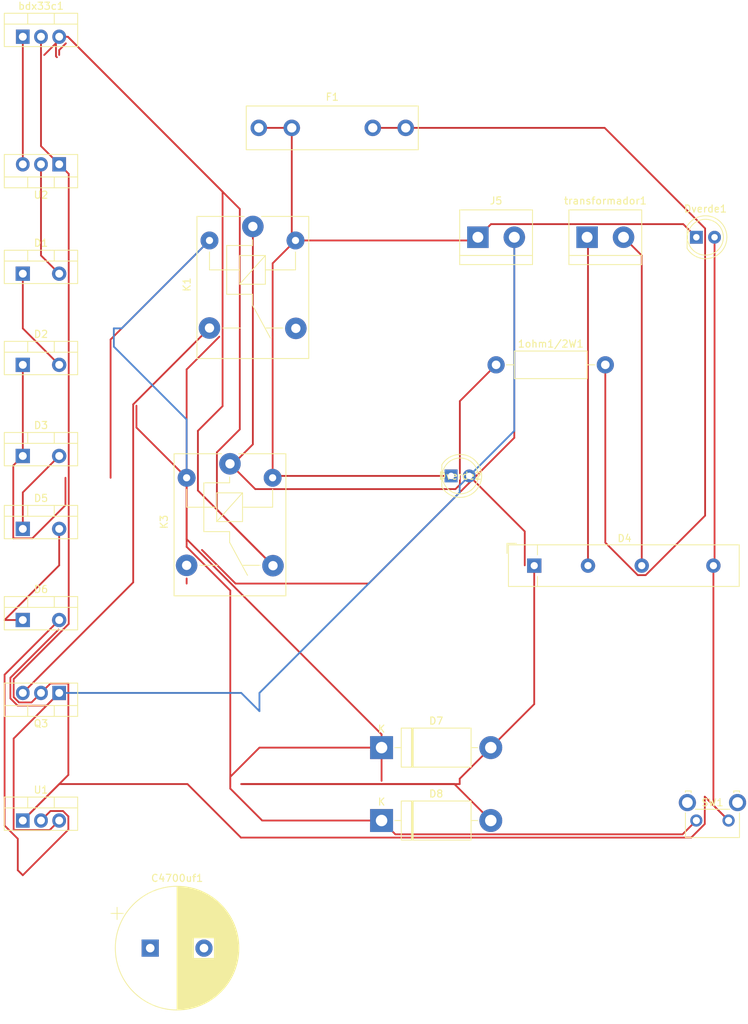
<source format=kicad_pcb>
(kicad_pcb (version 20221018) (generator pcbnew)
  (layers (0 "F.Cu" signal) (31 "B.Cu" signal) (34 "B.Paste" user) (35 "F.Paste" user) (36 "B.SilkS" user "B.Silkscreen") (37 "F.SilkS" user "F.Silkscreen") (38 "B.Mask" user) (39 "F.Mask" user) (44 "Edge.Cuts" user))
  (net 0 "")
  (net 1 "Net-(1ohm1/2W1-Pad1)")
  (net 2 "Net-(1ohm1/2W1-Pad2)")
  (net 3 "Net-(U2-VO)")
  (net 4 "Net-(D4-+)")
  (net 5 "Net-(bdx33c1-E)")
  (net 6 "Earth")
  (net 7 "Net-(D1-K)")
  (net 8 "Net-(D1-A)")
  (net 9 "Net-(D3-A)")
  (net 10 "Net-(transformador1-Pin_1)")
  (net 11 "Net-(transformador1-Pin_2)")
  (net 12 "Net-(D5-A)")
  (net 13 "Net-(D6-A)")
  (net 14 "Net-(D7-K)")
  (net 15 "Net-(Dverde2-A)")
  (net 16 "Net-(Q3-E)")
  (footprint "Package_TO_SOT_THT:TO-220-3_Vertical" (layer "F.Cu") (at 100.63 135.19 180)
    (fp_text reference "Q3" (at 2.54 -4.27) (layer "F.SilkS"))
    (fp_text value "bdx33c")
    (pad "1" thru_hole rect (at 0 0 180) (size 1.905 2) (drill 1.1) (layers "*.Cu" "*.Mask") (net 15 "Net-(Dverde2-A)"))
    (pad "2" thru_hole oval (at 2.54 0 180) (size 1.905 2) (drill 1.1) (layers "*.Cu" "*.Mask") (net 4 "Net-(D4-+)"))
    (pad "3" thru_hole oval (at 5.08 0 180) (size 1.905 2) (drill 1.1) (layers "*.Cu" "*.Mask") (net 16 "Net-(Q3-E)"))
  )
  (footprint "Package_TO_SOT_THT:TO-220-3_Vertical" (layer "F.Cu") (at 95.55 43.75)
    (fp_text reference "bdx33c1" (at 2.54 -4.27) (layer "F.SilkS"))
    (fp_text value "TIP41B")
    (pad "1" thru_hole rect (at 0 0) (size 1.905 2) (drill 1.1) (layers "*.Cu" "*.Mask") (net 3 "Net-(U2-VO)"))
    (pad "2" thru_hole oval (at 2.54 0) (size 1.905 2) (drill 1.1) (layers "*.Cu" "*.Mask") (net 4 "Net-(D4-+)"))
    (pad "3" thru_hole oval (at 5.08 0) (size 1.905 2) (drill 1.1) (layers "*.Cu" "*.Mask") (net 5 "Net-(bdx33c1-E)"))
  )
  (footprint "Resistor_THT:R_Axial_DIN0411_L9.9mm_D3.6mm_P15.24mm_Horizontal" (layer "F.Cu") (at 161.59 89.47)
    (fp_text reference "1ohm1/2W1" (at 7.62 -2.92) (layer "F.SilkS"))
    (fp_text value "R")
    (pad "1" thru_hole circle (at 0 0) (size 2.4 2.4) (drill 1.2) (layers "*.Cu" "*.Mask") (net 1 "Net-(1ohm1/2W1-Pad1)"))
    (pad "2" thru_hole oval (at 15.24 0) (size 2.4 2.4) (drill 1.2) (layers "*.Cu" "*.Mask") (net 2 "Net-(1ohm1/2W1-Pad2)"))
  )
  (footprint "Package_TO_SOT_THT:TO-220-3_Vertical" (layer "F.Cu") (at 95.55 152.97)
    (fp_text reference "U1" (at 2.54 -4.27) (layer "F.SilkS"))
    (fp_text value "LM7806_TO220")
    (pad "1" thru_hole rect (at 0 0) (size 1.905 2) (drill 1.1) (layers "*.Cu" "*.Mask") (net 4 "Net-(D4-+)"))
    (pad "2" thru_hole oval (at 2.54 0) (size 1.905 2) (drill 1.1) (layers "*.Cu" "*.Mask") (net 13 "Net-(D6-A)"))
    (pad "3" thru_hole oval (at 5.08 0) (size 1.905 2) (drill 1.1) (layers "*.Cu" "*.Mask") (net 15 "Net-(Dverde2-A)"))
  )
  (footprint "Package_TO_SOT_THT:TO-220-2_Vertical" (layer "F.Cu") (at 95.55 125.03)
    (fp_text reference "D6" (at 2.54 -4.27) (layer "F.SilkS"))
    (fp_text value "BYV79-150")
    (pad "1" thru_hole rect (at 0 0) (size 2 2) (drill 1.1) (layers "*.Cu" "*.Mask") (net 12 "Net-(D5-A)"))
    (pad "2" thru_hole oval (at 5.08 0) (size 2 2) (drill 1.1) (layers "*.Cu" "*.Mask") (net 13 "Net-(D6-A)"))
  )
  (footprint "Package_TO_SOT_THT:TO-220-2_Vertical" (layer "F.Cu") (at 95.55 89.47)
    (fp_text reference "D2" (at 2.54 -4.27) (layer "F.SilkS"))
    (fp_text value "BYV79-150")
    (pad "1" thru_hole rect (at 0 0) (size 2 2) (drill 1.1) (layers "*.Cu" "*.Mask") (net 6 "Earth"))
    (pad "2" thru_hole oval (at 5.08 0) (size 2 2) (drill 1.1) (layers "*.Cu" "*.Mask") (net 7 "Net-(D1-K)"))
  )
  (footprint "Package_TO_SOT_THT:TO-220-3_Vertical" (layer "F.Cu") (at 100.63 61.53 180)
    (fp_text reference "U2" (at 2.54 -4.27) (layer "F.SilkS"))
    (fp_text value "LM7812_TO220")
    (pad "1" thru_hole rect (at 0 0 180) (size 1.905 2) (drill 1.1) (layers "*.Cu" "*.Mask") (net 4 "Net-(D4-+)"))
    (pad "2" thru_hole oval (at 2.54 0 180) (size 1.905 2) (drill 1.1) (layers "*.Cu" "*.Mask") (net 8 "Net-(D1-A)"))
    (pad "3" thru_hole oval (at 5.08 0 180) (size 1.905 2) (drill 1.1) (layers "*.Cu" "*.Mask") (net 3 "Net-(U2-VO)"))
  )
  (footprint "Capacitor_THT:CP_Radial_D17.0mm_P7.50mm" (layer "F.Cu") (at 113.33 170.75)
    (fp_text reference "C4700uf1" (at 3.75 -9.75) (layer "F.SilkS"))
    (fp_text value "C_Polarized")
    (pad "1" thru_hole rect (at 0 0) (size 2.4 2.4) (drill 1.2) (layers "*.Cu" "*.Mask") (net 4 "Net-(D4-+)"))
    (pad "2" thru_hole circle (at 7.5 0) (size 2.4 2.4) (drill 1.2) (layers "*.Cu" "*.Mask") (net 6 "Earth"))
  )
  (footprint "Package_TO_SOT_THT:TO-220-2_Vertical" (layer "F.Cu") (at 95.55 102.17)
    (fp_text reference "D3" (at 2.54 -4.27) (layer "F.SilkS"))
    (fp_text value "BYV79-150")
    (pad "1" thru_hole rect (at 0 0) (size 2 2) (drill 1.1) (layers "*.Cu" "*.Mask") (net 6 "Earth"))
    (pad "2" thru_hole oval (at 5.08 0) (size 2 2) (drill 1.1) (layers "*.Cu" "*.Mask") (net 9 "Net-(D3-A)"))
  )
  (footprint "Relay_THT:Relay_SPDT_SANYOU_SRD_Series_Form_C" (layer "F.Cu") (at 124.46 103.26 -90)
    (fp_text reference "K3" (at 8.1 9.2 90) (layer "F.SilkS"))
    (fp_text value "SANYOU_SRD_Form_C")
    (pad "1" thru_hole circle (at 0 0) (size 3 3) (drill 1.3) (layers "*.Cu" "*.Mask") (net 1 "Net-(1ohm1/2W1-Pad1)"))
    (pad "2" thru_hole circle (at 1.95 6.05) (size 2.5 2.5) (drill 1) (layers "*.Cu" "*.Mask") (net 14 "Net-(D7-K)"))
    (pad "3" thru_hole circle (at 14.15 6.05) (size 3 3) (drill 1.3) (layers "*.Cu" "*.Mask"))
    (pad "4" thru_hole circle (at 14.2 -6) (size 3 3) (drill 1.3) (layers "*.Cu" "*.Mask") (net 5 "Net-(bdx33c1-E)"))
    (pad "5" thru_hole circle (at 1.95 -5.95) (size 2.5 2.5) (drill 1) (layers "*.Cu" "*.Mask") (net 6 "Earth"))
  )
  (footprint "Diode_THT:D_DO-201AD_P15.24mm_Horizontal" (layer "F.Cu") (at 145.61 152.97)
    (fp_text reference "D8" (at 7.62 -3.72) (layer "F.SilkS"))
    (fp_text value "1N5404")
    (fp_text user "K" (at 0 -2.6) (layer "F.SilkS"))
    (pad "1" thru_hole rect (at 0 0) (size 3.2 3.2) (drill 1.6) (layers "*.Cu" "*.Mask") (net 14 "Net-(D7-K)"))
    (pad "2" thru_hole oval (at 15.24 0) (size 3.2 3.2) (drill 1.6) (layers "*.Cu" "*.Mask") (net 6 "Earth"))
  )
  (footprint "Relay_THT:Relay_SPDT_SANYOU_SRD_Series_Form_C" (layer "F.Cu") (at 127.65 70.19 -90)
    (fp_text reference "K1" (at 8.1 9.2 90) (layer "F.SilkS"))
    (fp_text value "SANYOU_SRD_Form_C")
    (pad "1" thru_hole circle (at 0 0) (size 3 3) (drill 1.3) (layers "*.Cu" "*.Mask") (net 1 "Net-(1ohm1/2W1-Pad1)"))
    (pad "2" thru_hole circle (at 1.95 6.05) (size 2.5 2.5) (drill 1) (layers "*.Cu" "*.Mask") (net 14 "Net-(D7-K)"))
    (pad "3" thru_hole circle (at 14.15 6.05) (size 3 3) (drill 1.3) (layers "*.Cu" "*.Mask") (net 16 "Net-(Q3-E)"))
    (pad "4" thru_hole circle (at 14.2 -6) (size 3 3) (drill 1.3) (layers "*.Cu" "*.Mask"))
    (pad "5" thru_hole circle (at 1.95 -5.95) (size 2.5 2.5) (drill 1) (layers "*.Cu" "*.Mask") (net 6 "Earth"))
  )
  (footprint "LED_THT:LED_D5.0mm" (layer "F.Cu") (at 189.53 71.69)
    (fp_text reference "Dverde1" (at 1.27 -3.96) (layer "F.SilkS"))
    (fp_text value "LED")
    (pad "1" thru_hole rect (at 0 0) (size 1.8 1.8) (drill 0.9) (layers "*.Cu" "*.Mask") (net 6 "Earth"))
    (pad "2" thru_hole circle (at 2.54 0) (size 1.8 1.8) (drill 0.9) (layers "*.Cu" "*.Mask") (net 4 "Net-(D4-+)"))
  )
  (footprint "LED_THT:LED_D5.0mm" (layer "F.Cu") (at 155.31 104.95)
    (fp_text reference "Dverde2" (at 1.27 0) (layer "F.SilkS"))
    (fp_text value "LED")
    (pad "1" thru_hole rect (at 0 0) (size 1.8 1.8) (drill 0.9) (layers "*.Cu" "*.Mask") (net 6 "Earth"))
    (pad "2" thru_hole circle (at 2.54 0) (size 1.8 1.8) (drill 0.9) (layers "*.Cu" "*.Mask") (net 15 "Net-(Dverde2-A)"))
  )
  (footprint "Package_TO_SOT_THT:TO-220-2_Vertical" (layer "F.Cu") (at 95.55 76.77)
    (fp_text reference "D1" (at 2.54 -4.27) (layer "F.SilkS"))
    (fp_text value "BYV79-150")
    (pad "1" thru_hole rect (at 0 0) (size 2 2) (drill 1.1) (layers "*.Cu" "*.Mask") (net 7 "Net-(D1-K)"))
    (pad "2" thru_hole oval (at 5.08 0) (size 2 2) (drill 1.1) (layers "*.Cu" "*.Mask") (net 8 "Net-(D1-A)"))
  )
  (footprint "TerminalBlock:TerminalBlock_bornier-2_P5.08mm" (layer "F.Cu") (at 159.05 71.69)
    (fp_text reference "J5" (at 2.54 -5.08) (layer "F.SilkS"))
    (fp_text value "6VDC\\")
    (pad "1" thru_hole rect (at 0 0) (size 3 3) (drill 1.52) (layers "*.Cu" "*.Mask") (net 6 "Earth"))
    (pad "2" thru_hole circle (at 5.08 0) (size 3 3) (drill 1.52) (layers "*.Cu" "*.Mask") (net 15 "Net-(Dverde2-A)"))
  )
  (footprint "Fuse:Fuseholder_Littelfuse_100_series_5x20mm" (layer "F.Cu") (at 128.48 56.45)
    (fp_text reference "F1" (at 10.25 -4.3 unlocked) (layer "F.SilkS"))
    (fp_text value "fusible 8amp")
    (pad "1" thru_hole circle (at 0 0) (size 2.3 2.3) (drill 1.3) (layers "*.Cu" "*.Mask") (net 6 "Earth"))
    (pad "1" thru_hole circle (at 4.6 0) (size 2.3 2.3) (drill 1.3) (layers "*.Cu" "*.Mask") (net 6 "Earth"))
    (pad "2" thru_hole circle (at 15.9 0) (size 2.3 2.3) (drill 1.3) (layers "*.Cu" "*.Mask") (net 2 "Net-(1ohm1/2W1-Pad2)"))
    (pad "2" thru_hole circle (at 20.5 0) (size 2.3 2.3) (drill 1.3) (layers "*.Cu" "*.Mask") (net 2 "Net-(1ohm1/2W1-Pad2)"))
  )
  (footprint "TerminalBlock:TerminalBlock_bornier-2_P5.08mm" (layer "F.Cu") (at 174.29 71.69)
    (fp_text reference "transformador1" (at 2.54 -5.08) (layer "F.SilkS"))
    (fp_text value "Screw_Terminal_01x02")
    (pad "1" thru_hole rect (at 0 0) (size 3 3) (drill 1.52) (layers "*.Cu" "*.Mask") (net 10 "Net-(transformador1-Pin_1)"))
    (pad "2" thru_hole circle (at 5.08 0) (size 3 3) (drill 1.52) (layers "*.Cu" "*.Mask") (net 11 "Net-(transformador1-Pin_2)"))
  )
  (footprint "Diode_THT:Diode_Bridge_32.0x5.6x17.0mm_P10.0mm_P7.5mm" (layer "F.Cu") (at 166.9125 117.4525)
    (fp_text reference "D4" (at 12.6 -3.8 180) (layer "F.SilkS"))
    (fp_text value "B380C5000-3x00A")
    (pad "1" thru_hole rect (at 0 0) (size 2 2) (drill 1) (layers "*.Cu" "*.Mask") (net 6 "Earth"))
    (pad "2" thru_hole circle (at 7.5 0) (size 2 2) (drill 1) (layers "*.Cu" "*.Mask") (net 10 "Net-(transformador1-Pin_1)"))
    (pad "3" thru_hole circle (at 15 0) (size 2 2) (drill 1) (layers "*.Cu" "*.Mask") (net 11 "Net-(transformador1-Pin_2)"))
    (pad "4" thru_hole circle (at 25 0) (size 2 2) (drill 1) (layers "*.Cu" "*.Mask") (net 4 "Net-(D4-+)"))
  )
  (footprint "Diode_THT:D_DO-201AD_P15.24mm_Horizontal" (layer "F.Cu") (at 145.61 142.81)
    (fp_text reference "D7" (at 7.62 -3.72) (layer "F.SilkS"))
    (fp_text value "1N5404")
    (fp_text user "K" (at 0 -2.6) (layer "F.SilkS"))
    (pad "1" thru_hole rect (at 0 0) (size 3.2 3.2) (drill 1.6) (layers "*.Cu" "*.Mask") (net 14 "Net-(D7-K)"))
    (pad "2" thru_hole oval (at 15.24 0) (size 3.2 3.2) (drill 1.6) (layers "*.Cu" "*.Mask") (net 6 "Earth"))
  )
  (footprint "Package_TO_SOT_THT:TO-220-2_Vertical" (layer "F.Cu") (at 95.55 112.33)
    (fp_text reference "D5" (at 2.54 -4.27) (layer "F.SilkS"))
    (fp_text value "BYV79-150")
    (pad "1" thru_hole rect (at 0 0) (size 2 2) (drill 1.1) (layers "*.Cu" "*.Mask") (net 9 "Net-(D3-A)"))
    (pad "2" thru_hole oval (at 5.08 0) (size 2 2) (drill 1.1) (layers "*.Cu" "*.Mask") (net 12 "Net-(D5-A)"))
  )
  (footprint "Button_Switch_THT:SW_SPST_Omron_B3F-315x_Angled" (layer "F.Cu") (at 194.03 152.97 180)
    (fp_text reference "SW1" (at 2.25 2.5) (layer "F.SilkS"))
    (fp_text value "SW_SPST")
    (pad "" thru_hole circle (at -1.25 2.5) (size 2.4 2.4) (drill 1.5) (layers "*.Cu" "*.Mask"))
    (pad "" thru_hole circle (at 5.75 2.5) (size 2.4 2.4) (drill 1.5) (layers "*.Cu" "*.Mask"))
    (pad "1" thru_hole circle (at 0 0) (size 1.7 1.7) (drill 1) (layers "*.Cu" "*.Mask") (net 4 "Net-(D4-+)"))
    (pad "2" thru_hole circle (at 4.5 0) (size 1.7 1.7) (drill 1) (layers "*.Cu" "*.Mask") (net 14 "Net-(D7-K)"))
  )
  (segment (start 100.63 45.604158) (end 101.557079 44.677079) (width 0.25) (layer "F.Cu") (net 0))
  (segment (start 118.41 119.95) (end 118.41 119.235) (width 0.25) (layer "F.Cu") (net 0))
  (segment (start 100.63 46.29) (end 100.63 45.604158) (width 0.25) (layer "F.Cu") (net 0))
  (segment (start 155.925 106.785) (end 156.535 106.175) (width 0.25) (layer "F.Cu") (net 1))
  (segment (start 156.535 94.525) (end 161.59 89.47) (width 0.25) (layer "F.Cu") (net 1))
  (segment (start 124.46 103.74) (end 124.46 103.26) (width 0.25) (layer "F.Cu") (net 1))
  (segment (start 124.46 103.26) (end 127.985 106.785) (width 0.25) (layer "F.Cu") (net 1))
  (segment (start 127.65 70.19) (end 127.65 100.55) (width 0.25) (layer "F.Cu") (net 1))
  (segment (start 127.65 100.55) (end 124.46 103.74) (width 0.25) (layer "F.Cu") (net 1))
  (segment (start 156.535 106.175) (end 156.535 94.525) (width 0.25) (layer "F.Cu") (net 1))
  (segment (start 127.985 106.785) (end 155.925 106.785) (width 0.25) (layer "F.Cu") (net 1))
  (segment (start 181.363667 118.7775) (end 176.83 114.243833) (width 0.25) (layer "F.Cu") (net 2))
  (segment (start 148.98 56.45) (end 176.74 56.45) (width 0.25) (layer "F.Cu") (net 2))
  (segment (start 190.755 110.483833) (end 182.461333 118.7775) (width 0.25) (layer "F.Cu") (net 2))
  (segment (start 176.74 56.45) (end 190.755 70.465) (width 0.25) (layer "F.Cu") (net 2))
  (segment (start 144.38 56.45) (end 148.98 56.45) (width 0.25) (layer "F.Cu") (net 2))
  (segment (start 182.461333 118.7775) (end 181.363667 118.7775) (width 0.25) (layer "F.Cu") (net 2))
  (segment (start 190.755 70.465) (end 190.755 110.483833) (width 0.25) (layer "F.Cu") (net 2))
  (segment (start 176.83 114.243833) (end 176.83 89.47) (width 0.25) (layer "F.Cu") (net 2))
  (segment (start 95.55 61.53) (end 95.55 43.75) (width 0.25) (layer "F.Cu") (net 3))
  (segment (start 192.07 117.295) (end 191.9125 117.4525) (width 0.25) (layer "F.Cu") (net 4))
  (segment (start 95.020842 136.515) (end 94.2725 135.766658) (width 0.25) (layer "F.Cu") (net 4))
  (segment (start 94.2725 133.261333) (end 101.955 125.578833) (width 0.25) (layer "F.Cu") (net 4))
  (segment (start 125.985 155.345) (end 118.53 147.89) (width 0.25) (layer "F.Cu") (net 4))
  (segment (start 191.9125 117.4525) (end 191.9125 150.8525) (width 0.25) (layer "F.Cu") (net 4))
  (segment (start 190.705 153.456701) (end 188.816701 155.345) (width 0.25) (layer "F.Cu") (net 4))
  (segment (start 101.9075 146.6125) (end 95.55 152.97) (width 0.25) (layer "F.Cu") (net 4))
  (segment (start 101.955 125.578833) (end 101.955 62.855) (width 0.25) (layer "F.Cu") (net 4))
  (segment (start 98.09 43.75) (end 98.09 58.99) (width 0.25) (layer "F.Cu") (net 4))
  (segment (start 100.63 147.89) (end 95.55 152.97) (width 0.25) (layer "F.Cu") (net 4))
  (segment (start 118.53 147.89) (end 100.63 147.89) (width 0.25) (layer "F.Cu") (net 4))
  (segment (start 191.9125 150.8525) (end 194.03 152.97) (width 0.25) (layer "F.Cu") (net 4))
  (segment (start 101.9075 133.865) (end 101.9075 146.6125) (width 0.25) (layer "F.Cu") (net 4))
  (segment (start 194.03 152.97) (end 190.705 149.645) (width 0.25) (layer "F.Cu") (net 4))
  (segment (start 188.816701 155.345) (end 125.985 155.345) (width 0.25) (layer "F.Cu") (net 4))
  (segment (start 98.09 135.19) (end 96.765 136.515) (width 0.25) (layer "F.Cu") (net 4))
  (segment (start 96.765 136.515) (end 95.020842 136.515) (width 0.25) (layer "F.Cu") (net 4))
  (segment (start 192.07 71.69) (end 192.07 117.295) (width 0.25) (layer "F.Cu") (net 4))
  (segment (start 98.09 58.99) (end 100.63 61.53) (width 0.25) (layer "F.Cu") (net 4))
  (segment (start 94.2725 135.766658) (end 94.2725 133.261333) (width 0.25) (layer "F.Cu") (net 4))
  (segment (start 190.705 149.645) (end 190.705 153.456701) (width 0.25) (layer "F.Cu") (net 4))
  (segment (start 98.09 135.19) (end 99.415 133.865) (width 0.25) (layer "F.Cu") (net 4))
  (segment (start 101.955 62.855) (end 100.63 61.53) (width 0.25) (layer "F.Cu") (net 4))
  (segment (start 99.415 133.865) (end 101.9075 133.865) (width 0.25) (layer "F.Cu") (net 4))
  (segment (start 119.985 98.665) (end 123.425 95.225) (width 0.25) (layer "F.Cu") (net 5))
  (segment (start 101.8325 43.75) (end 100.63 43.75) (width 0.25) (layer "F.Cu") (net 5))
  (segment (start 100.18 44.2) (end 100.63 43.75) (width 0.25) (layer "F.Cu") (net 5))
  (segment (start 130.46 117.46) (end 122.635 109.635) (width 0.25) (layer "F.Cu") (net 5))
  (segment (start 122.635 109.635) (end 122.635 101.655) (width 0.25) (layer "F.Cu") (net 5))
  (segment (start 125.825 67.7425) (end 101.8325 43.75) (width 0.25) (layer "F.Cu") (net 5))
  (segment (start 125.825 98.465) (end 125.825 67.7425) (width 0.25) (layer "F.Cu") (net 5))
  (segment (start 101.08 43.75) (end 98.54 46.29) (width 0.25) (layer "F.Cu") (net 5))
  (segment (start 101.8325 43.75) (end 101.08 43.75) (width 0.25) (layer "F.Cu") (net 5))
  (segment (start 130.46 117.46) (end 119.985 106.985) (width 0.25) (layer "F.Cu") (net 5))
  (segment (start 100.18 46.476396) (end 100.18 44.2) (width 0.25) (layer "F.Cu") (net 5))
  (segment (start 100.18 46.476396) (end 100.311802 46.608198) (width 0.25) (layer "F.Cu") (net 5))
  (segment (start 123.425 65.3425) (end 101.8325 43.75) (width 0.25) (layer "F.Cu") (net 5))
  (segment (start 119.985 106.985) (end 119.985 98.665) (width 0.25) (layer "F.Cu") (net 5))
  (segment (start 122.635 101.655) (end 125.825 98.465) (width 0.25) (layer "F.Cu") (net 5))
  (segment (start 123.425 95.225) (end 123.425 65.3425) (width 0.25) (layer "F.Cu") (net 5))
  (segment (start 187.705 69.865) (end 189.53 71.69) (width 0.25) (layer "F.Cu") (net 6))
  (segment (start 94.225 113.655) (end 96.875 113.655) (width 0.25) (layer "F.Cu") (net 6))
  (segment (start 133.08 56.45) (end 128.48 56.45) (width 0.25) (layer "F.Cu") (net 6))
  (segment (start 166.9125 117.4525) (end 166.9125 136.7475) (width 0.25) (layer "F.Cu") (net 6))
  (segment (start 94.225 103.495) (end 94.225 113.655) (width 0.25) (layer "F.Cu") (net 6))
  (segment (start 95.55 102.17) (end 94.225 103.495) (width 0.25) (layer "F.Cu") (net 6))
  (segment (start 166.9125 136.7475) (end 160.85 142.81) (width 0.25) (layer "F.Cu") (net 6))
  (segment (start 159.05 71.69) (end 160.875 69.865) (width 0.25) (layer "F.Cu") (net 6))
  (segment (start 130.41 105.21) (end 130.41 75.33) (width 0.25) (layer "F.Cu") (net 6))
  (segment (start 158.6 72.14) (end 159.05 71.69) (width 0.25) (layer "F.Cu") (net 6))
  (segment (start 156.51 147.15) (end 156.51 147.89) (width 0.25) (layer "F.Cu") (net 6))
  (segment (start 130.41 75.33) (end 133.6 72.14) (width 0.25) (layer "F.Cu") (net 6))
  (segment (start 126.03 147.89) (end 155.77 147.89) (width 0.25) (layer "F.Cu") (net 6))
  (segment (start 155.31 104.95) (end 130.67 104.95) (width 0.25) (layer "F.Cu") (net 6))
  (segment (start 160.85 142.81) (end 156.51 147.15) (width 0.25) (layer "F.Cu") (net 6))
  (segment (start 101.505 109.025) (end 101.505 105.21) (width 0.25) (layer "F.Cu") (net 6))
  (segment (start 155.77 147.89) (end 160.85 152.97) (width 0.25) (layer "F.Cu") (net 6))
  (segment (start 133.6 72.14) (end 158.6 72.14) (width 0.25) (layer "F.Cu") (net 6))
  (segment (start 130.67 104.95) (end 130.41 105.21) (width 0.25) (layer "F.Cu") (net 6))
  (segment (start 160.875 69.865) (end 187.705 69.865) (width 0.25) (layer "F.Cu") (net 6))
  (segment (start 133.08 56.45) (end 133.08 71.62) (width 0.25) (layer "F.Cu") (net 6))
  (segment (start 156.51 147.89) (end 126.03 147.89) (width 0.25) (layer "F.Cu") (net 6))
  (segment (start 96.875 113.655) (end 101.505 109.025) (width 0.25) (layer "F.Cu") (net 6))
  (segment (start 133.08 71.62) (end 133.6 72.14) (width 0.25) (layer "F.Cu") (net 6))
  (segment (start 95.55 102.17) (end 95.55 89.47) (width 0.25) (layer "F.Cu") (net 6))
  (segment (start 95.55 76.77) (end 95.55 84.39) (width 0.25) (layer "F.Cu") (net 7))
  (segment (start 95.55 84.39) (end 100.63 89.47) (width 0.25) (layer "F.Cu") (net 7))
  (segment (start 98.09 74.23) (end 100.63 76.77) (width 0.25) (layer "F.Cu") (net 8))
  (segment (start 98.09 61.53) (end 98.09 74.23) (width 0.25) (layer "F.Cu") (net 8))
  (segment (start 95.55 107.25) (end 100.63 102.17) (width 0.25) (layer "F.Cu") (net 9))
  (segment (start 95.55 112.33) (end 95.55 107.25) (width 0.25) (layer "F.Cu") (net 9))
  (segment (start 174.4125 117.4525) (end 174.4125 71.8125) (width 0.25) (layer "F.Cu") (net 10))
  (segment (start 174.4125 71.8125) (end 174.29 71.69) (width 0.25) (layer "F.Cu") (net 10))
  (segment (start 181.9125 74.2325) (end 179.37 71.69) (width 0.25) (layer "F.Cu") (net 11))
  (segment (start 181.9125 117.4525) (end 181.9125 74.2325) (width 0.25) (layer "F.Cu") (net 11))
  (segment (start 100.63 117.41) (end 93.01 125.03) (width 0.25) (layer "F.Cu") (net 12))
  (segment (start 100.63 112.33) (end 100.63 117.41) (width 0.25) (layer "F.Cu") (net 12))
  (segment (start 93.01 125.03) (end 95.55 125.03) (width 0.25) (layer "F.Cu") (net 12))
  (segment (start 93.01 153.668896) (end 94.851104 155.51) (width 0.25) (layer "F.Cu") (net 13))
  (segment (start 101.9075 152.393342) (end 101.159158 151.645) (width 0.25) (layer "F.Cu") (net 13))
  (segment (start 99.415 151.645) (end 98.09 152.97) (width 0.25) (layer "F.Cu") (net 13))
  (segment (start 93.01 132.65) (end 93.01 153.668896) (width 0.25) (layer "F.Cu") (net 13))
  (segment (start 101.159158 151.645) (end 99.415 151.645) (width 0.25) (layer "F.Cu") (net 13))
  (segment (start 94.851104 155.51) (end 94.851104 159.891104) (width 0.25) (layer "F.Cu") (net 13))
  (segment (start 95.55 160.59) (end 101.9075 154.2325) (width 0.25) (layer "F.Cu") (net 13))
  (segment (start 94.851104 159.891104) (end 95.55 160.59) (width 0.25) (layer "F.Cu") (net 13))
  (segment (start 101.9075 154.2325) (end 101.9075 152.393342) (width 0.25) (layer "F.Cu") (net 13))
  (segment (start 100.63 125.03) (end 93.01 132.65) (width 0.25) (layer "F.Cu") (net 13))
  (segment (start 124.505 146.875) (end 128.57 142.81) (width 0.25) (layer "F.Cu") (net 14))
  (segment (start 128.953324 152.97) (end 124.505 148.521676) (width 0.25) (layer "F.Cu") (net 14))
  (segment (start 124.505 148.521676) (end 124.505 146.875) (width 0.25) (layer "F.Cu") (net 14))
  (segment (start 145.61 152.97) (end 128.953324 152.97) (width 0.25) (layer "F.Cu") (net 14))
  (segment (start 124.505 120.92406) (end 124.505 148.521676) (width 0.25) (layer "F.Cu") (net 14))
  (segment (start 118.41 105.21) (end 118.41 114.82906) (width 0.25) (layer "F.Cu") (net 14))
  (segment (start 107.8 85.94) (end 107.8 105.21) (width 0.25) (layer "F.Cu") (net 14))
  (segment (start 118.41 105.21) (end 111.408198 98.208198) (width 0.25) (layer "F.Cu") (net 14))
  (segment (start 118.41 114.82906) (end 124.505 120.92406) (width 0.25) (layer "F.Cu") (net 14))
  (segment (start 147.535 154.895) (end 187.605 154.895) (width 0.25) (layer "F.Cu") (net 14))
  (segment (start 145.61 142.81) (end 145.61 140.96) (width 0.25) (layer "F.Cu") (net 14))
  (segment (start 118.41 90.11094) (end 122.975 85.54594) (width 0.25) (layer "F.Cu") (net 14))
  (segment (start 121.6 72.14) (end 107.8 85.94) (width 0.25) (layer "F.Cu") (net 14))
  (segment (start 145.61 142.81) (end 145.61 147.44) (width 0.25) (layer "F.Cu") (net 14))
  (segment (start 128.57 142.81) (end 145.61 142.81) (width 0.25) (layer "F.Cu") (net 14))
  (segment (start 145.61 152.97) (end 147.535 154.895) (width 0.25) (layer "F.Cu") (net 14))
  (segment (start 111.408198 98.208198) (end 111.408198 95.168198) (width 0.25) (layer "F.Cu") (net 14))
  (segment (start 118.41 105.21) (end 118.41 90.11094) (width 0.25) (layer "F.Cu") (net 14))
  (segment (start 118.41 113.76) (end 118.41 105.21) (width 0.25) (layer "F.Cu") (net 14))
  (segment (start 145.61 140.96) (end 118.41 113.76) (width 0.25) (layer "F.Cu") (net 14))
  (segment (start 187.605 154.895) (end 189.53 152.97) (width 0.25) (layer "F.Cu") (net 14))
  (segment (start 109.35 84.39) (end 121.6 72.14) (width 0.25) (layer "B.Cu") (net 14))
  (segment (start 118.41 97.09) (end 108.25 86.93) (width 0.25) (layer "B.Cu") (net 14))
  (segment (start 108.25 84.39) (end 109.35 84.39) (width 0.25) (layer "B.Cu") (net 14))
  (segment (start 118.41 105.21) (end 118.41 97.09) (width 0.25) (layer "B.Cu") (net 14))
  (segment (start 108.25 86.93) (end 108.25 84.39) (width 0.25) (layer "B.Cu") (net 14))
  (segment (start 165.5875 112.6875) (end 165.5875 117.41) (width 0.25) (layer "F.Cu") (net 15))
  (segment (start 157.85 105.91) (end 143.81 119.95) (width 0.25) (layer "F.Cu") (net 15))
  (segment (start 157.85 104.95) (end 165.5875 112.6875) (width 0.25) (layer "F.Cu") (net 15))
  (segment (start 94.834446 136.965) (end 98.855 136.965) (width 0.25) (layer "F.Cu") (net 15))
  (segment (start 157.85 104.95) (end 157.85 105.91) (width 0.25) (layer "F.Cu") (net 15))
  (segment (start 93.8225 135.953054) (end 94.834446 136.965) (width 0.25) (layer "F.Cu") (net 15))
  (segment (start 98.855 136.965) (end 100.63 135.19) (width 0.25) (layer "F.Cu") (net 15))
  (segment (start 94.2725 141.5475) (end 100.63 135.19) (width 0.25) (layer "F.Cu") (net 15))
  (segment (start 100.63 152.97) (end 99.305 154.295) (width 0.25) (layer "F.Cu") (net 15))
  (segment (start 93.8225 133.074937) (end 93.8225 135.953054) (width 0.25) (layer "F.Cu") (net 15))
  (segment (start 143.81 119.95) (end 125.236396 119.95) (width 0.25) (layer "F.Cu") (net 15))
  (segment (start 164.13 99.63) (end 157.85 105.91) (width 0.25) (layer "F.Cu") (net 15))
  (segment (start 125.236396 119.95) (end 120.553198 115.266802) (width 0.25) (layer "F.Cu") (net 15))
  (segment (start 99.305 154.295) (end 94.2725 154.295) (width 0.25) (layer "F.Cu") (net 15))
  (segment (start 93.8225 133.074937) (end 100.542437 126.355) (width 0.25) (layer "F.Cu") (net 15))
  (segment (start 164.13 71.69) (end 164.13 99.63) (width 0.25) (layer "F.Cu") (net 15))
  (segment (start 94.2725 154.295) (end 94.2725 141.5475) (width 0.25) (layer "F.Cu") (net 15))
  (segment (start 164.13 71.69) (end 164.13 98.67) (width 0.25) (layer "B.Cu") (net 15))
  (segment (start 156.51 107.25) (end 156.51 106.29) (width 0.25) (layer "B.Cu") (net 15))
  (segment (start 128.57 135.19) (end 156.51 107.25) (width 0.25) (layer "B.Cu") (net 15))
  (segment (start 100.63 135.19) (end 126.03 135.19) (width 0.25) (layer "B.Cu") (net 15))
  (segment (start 128.57 137.73) (end 128.57 135.19) (width 0.25) (layer "B.Cu") (net 15))
  (segment (start 164.13 98.67) (end 157.85 104.95) (width 0.25) (layer "B.Cu") (net 15))
  (segment (start 156.51 106.29) (end 157.85 104.95) (width 0.25) (layer "B.Cu") (net 15))
  (segment (start 126.03 135.19) (end 128.57 137.73) (width 0.25) (layer "B.Cu") (net 15))
  (segment (start 95.55 135.19) (end 110.958198 119.781802) (width 0.25) (layer "F.Cu") (net 16))
  (segment (start 110.958198 119.781802) (end 110.958198 94.981802) (width 0.25) (layer "F.Cu") (net 16))
  (segment (start 110.958198 94.981802) (end 121.6 84.34) (width 0.25) (layer "F.Cu") (net 16))
)
</source>
